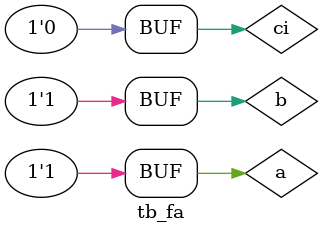
<source format=v>
`timescale 1ns/100ps
module tb_fa;
	reg a,b;
	reg ci;
	wire s;
	
	fa fa(.a(a),.b(b),.ci(ci),.s(s));
	
	initial begin
	a = 1'b0; b = 1'b1; ci = 1'b1;
	#10; b = 4'b0;
	#10; ci = 1'b0;
	#10; a = 4'b1; b = 4'b1;
	end
endmodule
</source>
